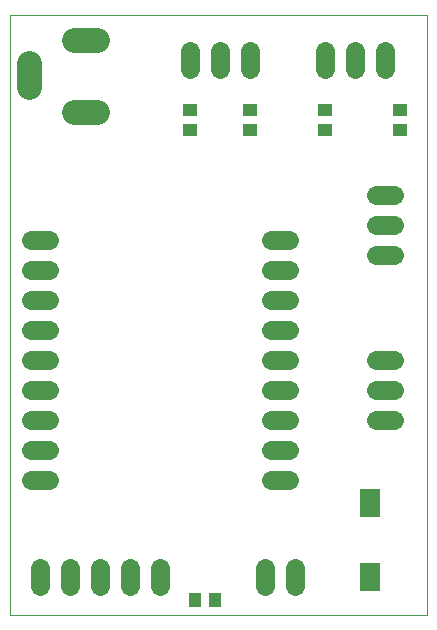
<source format=gts>
G75*
%MOIN*%
%OFA0B0*%
%FSLAX25Y25*%
%IPPOS*%
%LPD*%
%AMOC8*
5,1,8,0,0,1.08239X$1,22.5*
%
%ADD10C,0.00000*%
%ADD11C,0.08274*%
%ADD12C,0.06400*%
%ADD13R,0.04731X0.04337*%
%ADD14R,0.06699X0.09455*%
%ADD15R,0.04337X0.04731*%
D10*
X0001000Y0001000D02*
X0001000Y0200961D01*
X0139701Y0200961D01*
X0139701Y0001000D01*
X0001000Y0001000D01*
D11*
X0022063Y0168795D02*
X0029937Y0168795D01*
X0029937Y0192811D02*
X0022063Y0192811D01*
X0007102Y0184937D02*
X0007102Y0177063D01*
D12*
X0008000Y0126000D02*
X0014000Y0126000D01*
X0014000Y0116000D02*
X0008000Y0116000D01*
X0008000Y0106000D02*
X0014000Y0106000D01*
X0014000Y0096000D02*
X0008000Y0096000D01*
X0008000Y0086000D02*
X0014000Y0086000D01*
X0014000Y0076000D02*
X0008000Y0076000D01*
X0008000Y0066000D02*
X0014000Y0066000D01*
X0014000Y0056000D02*
X0008000Y0056000D01*
X0008000Y0046000D02*
X0014000Y0046000D01*
X0011000Y0016500D02*
X0011000Y0010500D01*
X0021000Y0010500D02*
X0021000Y0016500D01*
X0031000Y0016500D02*
X0031000Y0010500D01*
X0041000Y0010500D02*
X0041000Y0016500D01*
X0051000Y0016500D02*
X0051000Y0010500D01*
X0086000Y0010500D02*
X0086000Y0016500D01*
X0096000Y0016500D02*
X0096000Y0010500D01*
X0094000Y0046000D02*
X0088000Y0046000D01*
X0088000Y0056000D02*
X0094000Y0056000D01*
X0094000Y0066000D02*
X0088000Y0066000D01*
X0088000Y0076000D02*
X0094000Y0076000D01*
X0094000Y0086000D02*
X0088000Y0086000D01*
X0088000Y0096000D02*
X0094000Y0096000D01*
X0094000Y0106000D02*
X0088000Y0106000D01*
X0088000Y0116000D02*
X0094000Y0116000D01*
X0094000Y0126000D02*
X0088000Y0126000D01*
X0123000Y0121000D02*
X0129000Y0121000D01*
X0129000Y0131000D02*
X0123000Y0131000D01*
X0123000Y0141000D02*
X0129000Y0141000D01*
X0126000Y0183000D02*
X0126000Y0189000D01*
X0116000Y0189000D02*
X0116000Y0183000D01*
X0106000Y0183000D02*
X0106000Y0189000D01*
X0081000Y0189000D02*
X0081000Y0183000D01*
X0071000Y0183000D02*
X0071000Y0189000D01*
X0061000Y0189000D02*
X0061000Y0183000D01*
X0123000Y0086000D02*
X0129000Y0086000D01*
X0129000Y0076000D02*
X0123000Y0076000D01*
X0123000Y0066000D02*
X0129000Y0066000D01*
D13*
X0131000Y0162654D03*
X0131000Y0169346D03*
X0106000Y0169346D03*
X0106000Y0162654D03*
X0081000Y0162654D03*
X0081000Y0169346D03*
X0061000Y0169346D03*
X0061000Y0162654D03*
D14*
X0121000Y0038402D03*
X0121000Y0013598D03*
D15*
X0069346Y0006000D03*
X0062654Y0006000D03*
M02*

</source>
